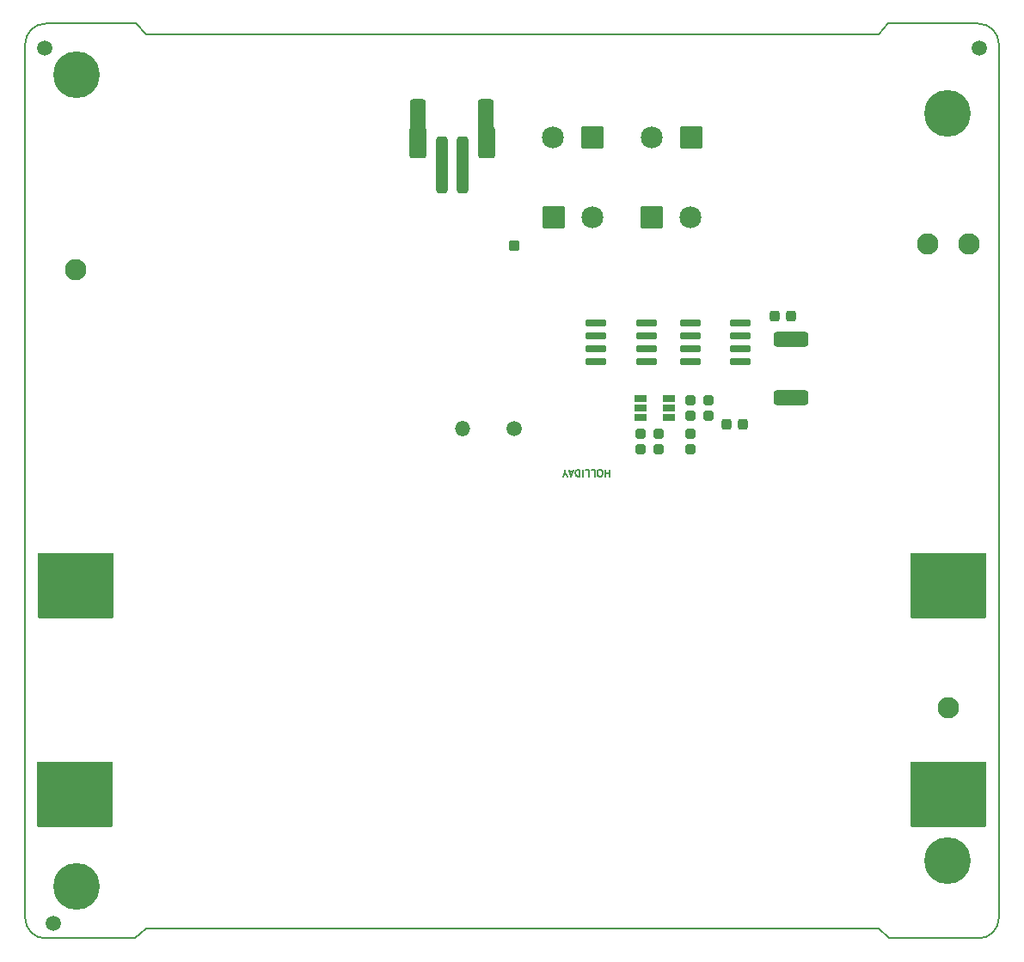
<source format=gbr>
%TF.GenerationSoftware,KiCad,Pcbnew,7.0.7*%
%TF.CreationDate,2023-10-10T18:21:33-04:00*%
%TF.ProjectId,batteryboard,62617474-6572-4796-926f-6172642e6b69,rev?*%
%TF.SameCoordinates,Original*%
%TF.FileFunction,Soldermask,Top*%
%TF.FilePolarity,Negative*%
%FSLAX46Y46*%
G04 Gerber Fmt 4.6, Leading zero omitted, Abs format (unit mm)*
G04 Created by KiCad (PCBNEW 7.0.7) date 2023-10-10 18:21:33*
%MOMM*%
%LPD*%
G01*
G04 APERTURE LIST*
G04 Aperture macros list*
%AMRoundRect*
0 Rectangle with rounded corners*
0 $1 Rounding radius*
0 $2 $3 $4 $5 $6 $7 $8 $9 X,Y pos of 4 corners*
0 Add a 4 corners polygon primitive as box body*
4,1,4,$2,$3,$4,$5,$6,$7,$8,$9,$2,$3,0*
0 Add four circle primitives for the rounded corners*
1,1,$1+$1,$2,$3*
1,1,$1+$1,$4,$5*
1,1,$1+$1,$6,$7*
1,1,$1+$1,$8,$9*
0 Add four rect primitives between the rounded corners*
20,1,$1+$1,$2,$3,$4,$5,0*
20,1,$1+$1,$4,$5,$6,$7,0*
20,1,$1+$1,$6,$7,$8,$9,0*
20,1,$1+$1,$8,$9,$2,$3,0*%
G04 Aperture macros list end*
%ADD10C,0.175000*%
%ADD11C,0.102600*%
%ADD12RoundRect,0.050800X-3.670000X3.175000X-3.670000X-3.175000X3.670000X-3.175000X3.670000X3.175000X0*%
%ADD13RoundRect,0.050800X0.500000X-0.300000X0.500000X0.300000X-0.500000X0.300000X-0.500000X-0.300000X0*%
%ADD14RoundRect,0.050800X3.670000X-3.175000X3.670000X3.175000X-3.670000X3.175000X-3.670000X-3.175000X0*%
%ADD15RoundRect,0.269550X-0.256250X0.218750X-0.256250X-0.218750X0.256250X-0.218750X0.256250X0.218750X0*%
%ADD16RoundRect,0.269550X0.218750X0.256250X-0.218750X0.256250X-0.218750X-0.256250X0.218750X-0.256250X0*%
%ADD17RoundRect,0.269550X0.256250X-0.218750X0.256250X0.218750X-0.256250X0.218750X-0.256250X-0.218750X0*%
%ADD18RoundRect,0.200800X-0.825000X-0.150000X0.825000X-0.150000X0.825000X0.150000X-0.825000X0.150000X0*%
%ADD19RoundRect,0.200800X0.825000X0.150000X-0.825000X0.150000X-0.825000X-0.150000X0.825000X-0.150000X0*%
%ADD20RoundRect,0.300800X1.425000X-0.425000X1.425000X0.425000X-1.425000X0.425000X-1.425000X-0.425000X0*%
%ADD21C,1.500000*%
%ADD22C,2.101600*%
%ADD23RoundRect,0.300800X0.250000X1.500000X-0.250000X1.500000X-0.250000X-1.500000X0.250000X-1.500000X0*%
%ADD24RoundRect,0.300801X0.499999X1.449999X-0.499999X1.449999X-0.499999X-1.449999X0.499999X-1.449999X0*%
%ADD25RoundRect,0.063500X1.016000X1.016000X-1.016000X1.016000X-1.016000X-1.016000X1.016000X-1.016000X0*%
%ADD26C,2.159000*%
%ADD27RoundRect,0.063500X-1.016000X-1.016000X1.016000X-1.016000X1.016000X1.016000X-1.016000X1.016000X0*%
%ADD28RoundRect,0.050800X-0.425000X-0.425000X0.425000X-0.425000X0.425000X0.425000X-0.425000X0.425000X0*%
%ADD29C,1.501600*%
%ADD30O,1.501600X1.501600*%
%ADD31RoundRect,0.300800X-0.250000X-2.499999X0.250000X-2.499999X0.250000X2.499999X-0.250000X2.499999X0*%
%ADD32RoundRect,0.300800X-0.550000X-1.250000X0.550000X-1.250000X0.550000X1.250000X-0.550000X1.250000X0*%
%ADD33C,4.601600*%
%TA.AperFunction,Profile*%
%ADD34C,0.150000*%
%TD*%
G04 APERTURE END LIST*
D10*
X110741019Y-97759746D02*
X110741019Y-98459746D01*
X110741019Y-98126413D02*
X110341019Y-98126413D01*
X110341019Y-97759746D02*
X110341019Y-98459746D01*
X109874353Y-98459746D02*
X109741019Y-98459746D01*
X109741019Y-98459746D02*
X109674353Y-98426413D01*
X109674353Y-98426413D02*
X109607686Y-98359746D01*
X109607686Y-98359746D02*
X109574353Y-98226413D01*
X109574353Y-98226413D02*
X109574353Y-97993080D01*
X109574353Y-97993080D02*
X109607686Y-97859746D01*
X109607686Y-97859746D02*
X109674353Y-97793080D01*
X109674353Y-97793080D02*
X109741019Y-97759746D01*
X109741019Y-97759746D02*
X109874353Y-97759746D01*
X109874353Y-97759746D02*
X109941019Y-97793080D01*
X109941019Y-97793080D02*
X110007686Y-97859746D01*
X110007686Y-97859746D02*
X110041019Y-97993080D01*
X110041019Y-97993080D02*
X110041019Y-98226413D01*
X110041019Y-98226413D02*
X110007686Y-98359746D01*
X110007686Y-98359746D02*
X109941019Y-98426413D01*
X109941019Y-98426413D02*
X109874353Y-98459746D01*
X108941020Y-97759746D02*
X109274353Y-97759746D01*
X109274353Y-97759746D02*
X109274353Y-98459746D01*
X108374353Y-97759746D02*
X108707686Y-97759746D01*
X108707686Y-97759746D02*
X108707686Y-98459746D01*
X108141019Y-97759746D02*
X108141019Y-98459746D01*
X107807686Y-97759746D02*
X107807686Y-98459746D01*
X107807686Y-98459746D02*
X107641019Y-98459746D01*
X107641019Y-98459746D02*
X107541019Y-98426413D01*
X107541019Y-98426413D02*
X107474353Y-98359746D01*
X107474353Y-98359746D02*
X107441019Y-98293080D01*
X107441019Y-98293080D02*
X107407686Y-98159746D01*
X107407686Y-98159746D02*
X107407686Y-98059746D01*
X107407686Y-98059746D02*
X107441019Y-97926413D01*
X107441019Y-97926413D02*
X107474353Y-97859746D01*
X107474353Y-97859746D02*
X107541019Y-97793080D01*
X107541019Y-97793080D02*
X107641019Y-97759746D01*
X107641019Y-97759746D02*
X107807686Y-97759746D01*
X107141019Y-97959746D02*
X106807686Y-97959746D01*
X107207686Y-97759746D02*
X106974353Y-98459746D01*
X106974353Y-98459746D02*
X106741019Y-97759746D01*
X106374353Y-98093080D02*
X106374353Y-97759746D01*
X106607686Y-98459746D02*
X106374353Y-98093080D01*
X106374353Y-98093080D02*
X106141019Y-98459746D01*
D11*
X128717400Y-121844800D03*
X73517400Y-137844800D03*
X65187400Y-121844800D03*
D12*
X144117400Y-129844800D03*
X58117400Y-129844800D03*
D13*
X113789000Y-90744000D03*
X113789000Y-91694000D03*
X113789000Y-92644000D03*
X116589000Y-92644000D03*
X116589000Y-91694000D03*
X116589000Y-90744000D03*
D11*
X73542800Y-117194600D03*
X128742800Y-101194600D03*
X137072800Y-117194600D03*
D14*
X58142800Y-109194600D03*
X144142800Y-109194600D03*
D15*
X120523000Y-90906500D03*
X120523000Y-92481500D03*
X118745000Y-90906500D03*
X118745000Y-92481500D03*
X115570000Y-94208500D03*
X115570000Y-95783500D03*
D16*
X128613000Y-82677000D03*
X127038000Y-82677000D03*
X123850500Y-93281500D03*
X122275500Y-93281500D03*
D17*
X118745000Y-95783500D03*
X118745000Y-94208500D03*
D18*
X109412000Y-83312000D03*
X109412000Y-84582000D03*
X109412000Y-85852000D03*
X109412000Y-87122000D03*
X114362000Y-87122000D03*
X114362000Y-85852000D03*
X114362000Y-84582000D03*
X114362000Y-83312000D03*
D19*
X123633000Y-87122000D03*
X123633000Y-85852000D03*
X123633000Y-84582000D03*
X123633000Y-83312000D03*
X118683000Y-83312000D03*
X118683000Y-84582000D03*
X118683000Y-85852000D03*
X118683000Y-87122000D03*
D15*
X113792000Y-94208500D03*
X113792000Y-95783500D03*
D20*
X128587500Y-90720500D03*
X128587500Y-84920500D03*
D21*
X56007000Y-142494000D03*
X55118000Y-56261000D03*
X147193000Y-56261000D03*
D22*
X144145000Y-121285000D03*
X58166000Y-78105000D03*
X142062200Y-75565000D03*
X146177000Y-75565000D03*
D23*
X96250000Y-68763000D03*
X94250000Y-68763000D03*
D24*
X98600000Y-63013000D03*
X91900000Y-63013000D03*
D25*
X109016800Y-65024000D03*
D26*
X105161200Y-65024000D03*
D27*
X105232200Y-72898000D03*
D26*
X109087800Y-72898000D03*
D25*
X118795800Y-65024000D03*
D26*
X114940200Y-65024000D03*
D27*
X114884200Y-72898000D03*
D26*
X118739800Y-72898000D03*
D28*
X101346000Y-75692000D03*
D29*
X101346000Y-93726000D03*
D30*
X96266000Y-93726000D03*
D31*
X94250000Y-67759200D03*
X96250000Y-67759200D03*
D32*
X91850000Y-65509200D03*
X98650000Y-65509200D03*
D33*
X144005300Y-136349900D03*
X58280300Y-58889900D03*
X58280300Y-138889900D03*
X144005300Y-62689900D03*
D11*
X73517400Y-80569800D03*
X128717400Y-96569800D03*
X137047400Y-80569800D03*
X128742800Y-137844800D03*
X73542800Y-121844800D03*
X65212800Y-137844800D03*
X128742800Y-117194600D03*
X73542800Y-101194600D03*
X65212800Y-117194600D03*
X73517400Y-59919600D03*
X128717400Y-75919600D03*
X137047400Y-59919600D03*
D34*
X53200300Y-141979900D02*
G75*
G03*
X55200300Y-143979900I2000000J0D01*
G01*
X147085300Y-143979900D02*
G75*
G03*
X149085300Y-141979900I0J2000000D01*
G01*
X149085300Y-55809900D02*
G75*
G03*
X147085300Y-53809900I-2000000J0D01*
G01*
X53200300Y-55809900D02*
X53200300Y-141979900D01*
X55200300Y-53809900D02*
G75*
G03*
X53200300Y-55809900I0J-2000000D01*
G01*
X55200300Y-143979900D02*
X64039500Y-143979900D01*
X149085300Y-141979900D02*
X149085300Y-55809900D01*
X137210800Y-143002000D02*
X65074800Y-143002000D01*
X64039500Y-143979900D02*
X65074800Y-143002000D01*
X147085300Y-143979900D02*
X138246100Y-143979900D01*
X65074800Y-54845200D02*
X64096900Y-53809900D01*
X137210800Y-54845200D02*
X65074800Y-54845200D01*
X137210800Y-54845200D02*
X138188700Y-53809900D01*
X147085300Y-53809900D02*
X138188700Y-53809900D01*
X64096900Y-53809900D02*
X55200300Y-53809900D01*
X138246100Y-143979900D02*
X137210800Y-143002000D01*
M02*

</source>
